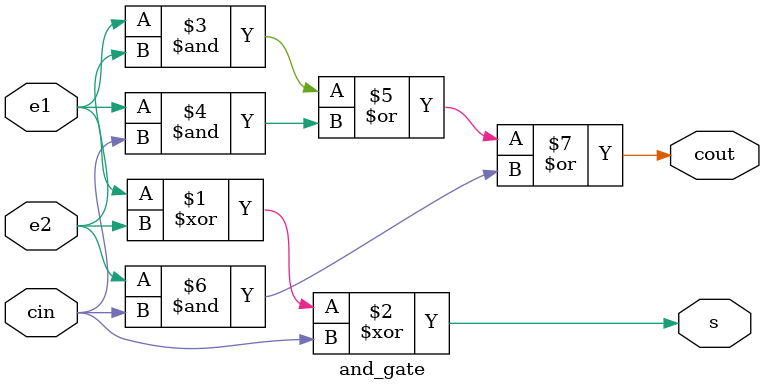
<source format=v>
module and_gate (e1,e2,cin,s,cout);
    input e1;
    input e2;
	input cin;
    output s;
	output cout;


    assign s = e1 ^ e2 ^ cin;
	assign cout = (e1 & e2) | (e1 & cin) | (e2 & cin);


endmodule

</source>
